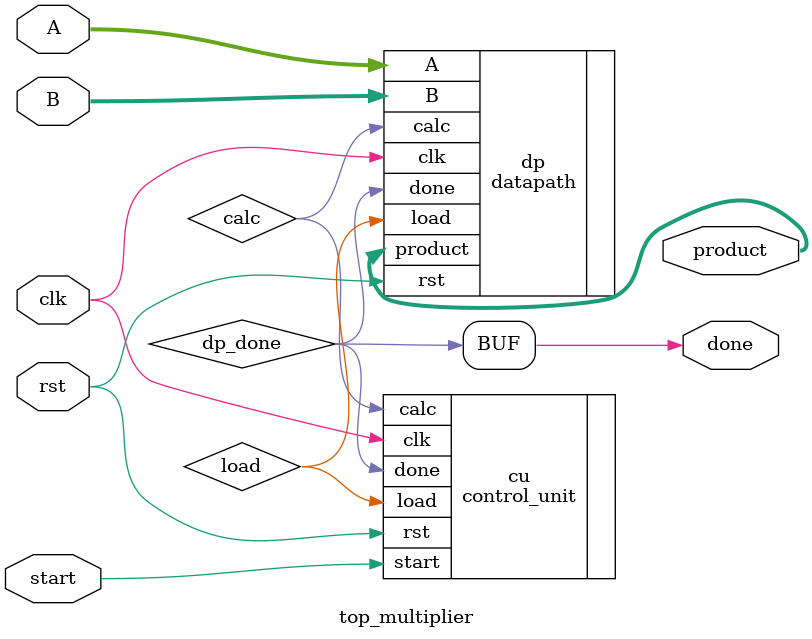
<source format=sv>
module top_multiplier (
    input  logic         clk,   
    input  logic         rst,   
    input  logic         start, 
    input  logic [15:0]  A,
    input  logic [15:0]  B,
    output logic [31:0]  product, 
    output logic         done 
);

    wire load, calc;
    wire dp_done;

    datapath dp (
        .clk    (  clk      ),
        .rst    (  rst      ),
        .load   (  load     ),
        .calc   (  calc     ),
        .A      (  A        ),
        .B      (  B        ),
        .product(  product  ),
        .done   (  dp_done  )
    );

    control_unit cu (
        .clk        (   clk    ),
        .rst        (   rst    ),
        .start      (   start  ),
        .done       (   dp_done),
        .load       (   load   ),
        .calc       (   calc   )
    );

    assign done = dp_done;

    initial begin
        $dumpfile("dump.vcd");
        $dumpvars(0, top_multiplier);
    end

endmodule
</source>
